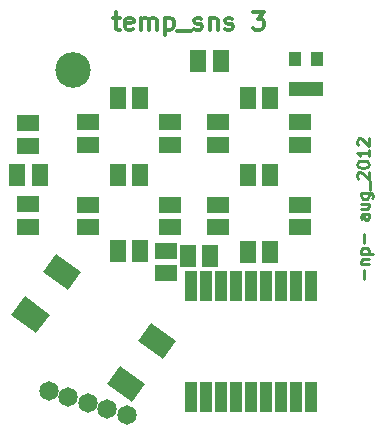
<source format=gts>
G04 (created by PCBNEW-RS274X (2012-01-19 BZR 3256)-stable) date 8/30/2012 9:43:42 AM*
G01*
G70*
G90*
%MOIN*%
G04 Gerber Fmt 3.4, Leading zero omitted, Abs format*
%FSLAX34Y34*%
G04 APERTURE LIST*
%ADD10C,0.006000*%
%ADD11C,0.012000*%
%ADD12C,0.009900*%
%ADD13R,0.040000X0.050000*%
%ADD14R,0.043600X0.098700*%
%ADD15R,0.075000X0.055000*%
%ADD16R,0.055000X0.075000*%
%ADD17C,0.065000*%
%ADD18C,0.118400*%
G04 APERTURE END LIST*
G54D10*
G54D11*
X32536Y-29412D02*
X32765Y-29412D01*
X32622Y-29215D02*
X32622Y-29721D01*
X32650Y-29778D01*
X32708Y-29806D01*
X32765Y-29806D01*
X33193Y-29778D02*
X33136Y-29806D01*
X33022Y-29806D01*
X32965Y-29778D01*
X32936Y-29721D01*
X32936Y-29496D01*
X32965Y-29440D01*
X33022Y-29412D01*
X33136Y-29412D01*
X33193Y-29440D01*
X33222Y-29496D01*
X33222Y-29552D01*
X32936Y-29609D01*
X33479Y-29806D02*
X33479Y-29412D01*
X33479Y-29468D02*
X33507Y-29440D01*
X33565Y-29412D01*
X33650Y-29412D01*
X33707Y-29440D01*
X33736Y-29496D01*
X33736Y-29806D01*
X33736Y-29496D02*
X33765Y-29440D01*
X33822Y-29412D01*
X33907Y-29412D01*
X33965Y-29440D01*
X33993Y-29496D01*
X33993Y-29806D01*
X34279Y-29412D02*
X34279Y-30003D01*
X34279Y-29440D02*
X34336Y-29412D01*
X34450Y-29412D01*
X34507Y-29440D01*
X34536Y-29468D01*
X34565Y-29524D01*
X34565Y-29693D01*
X34536Y-29749D01*
X34507Y-29778D01*
X34450Y-29806D01*
X34336Y-29806D01*
X34279Y-29778D01*
X34679Y-29862D02*
X35136Y-29862D01*
X35250Y-29778D02*
X35307Y-29806D01*
X35422Y-29806D01*
X35479Y-29778D01*
X35507Y-29721D01*
X35507Y-29693D01*
X35479Y-29637D01*
X35422Y-29609D01*
X35336Y-29609D01*
X35279Y-29581D01*
X35250Y-29524D01*
X35250Y-29496D01*
X35279Y-29440D01*
X35336Y-29412D01*
X35422Y-29412D01*
X35479Y-29440D01*
X35765Y-29412D02*
X35765Y-29806D01*
X35765Y-29468D02*
X35793Y-29440D01*
X35851Y-29412D01*
X35936Y-29412D01*
X35993Y-29440D01*
X36022Y-29496D01*
X36022Y-29806D01*
X36279Y-29778D02*
X36336Y-29806D01*
X36451Y-29806D01*
X36508Y-29778D01*
X36536Y-29721D01*
X36536Y-29693D01*
X36508Y-29637D01*
X36451Y-29609D01*
X36365Y-29609D01*
X36308Y-29581D01*
X36279Y-29524D01*
X36279Y-29496D01*
X36308Y-29440D01*
X36365Y-29412D01*
X36451Y-29412D01*
X36508Y-29440D01*
X37194Y-29215D02*
X37565Y-29215D01*
X37365Y-29440D01*
X37451Y-29440D01*
X37508Y-29468D01*
X37537Y-29496D01*
X37565Y-29552D01*
X37565Y-29693D01*
X37537Y-29749D01*
X37508Y-29778D01*
X37451Y-29806D01*
X37279Y-29806D01*
X37222Y-29778D01*
X37194Y-29749D01*
G54D12*
X40915Y-38121D02*
X40915Y-37821D01*
X40803Y-37633D02*
X41065Y-37633D01*
X40840Y-37633D02*
X40822Y-37614D01*
X40803Y-37577D01*
X40803Y-37521D01*
X40822Y-37483D01*
X40859Y-37464D01*
X41065Y-37464D01*
X40803Y-37277D02*
X41197Y-37277D01*
X40822Y-37277D02*
X40803Y-37240D01*
X40803Y-37165D01*
X40822Y-37127D01*
X40840Y-37108D01*
X40878Y-37090D01*
X40990Y-37090D01*
X41028Y-37108D01*
X41047Y-37127D01*
X41065Y-37165D01*
X41065Y-37240D01*
X41047Y-37277D01*
X40915Y-36921D02*
X40915Y-36621D01*
X41065Y-35964D02*
X40859Y-35964D01*
X40822Y-35983D01*
X40803Y-36021D01*
X40803Y-36096D01*
X40822Y-36133D01*
X41047Y-35964D02*
X41065Y-36002D01*
X41065Y-36096D01*
X41047Y-36133D01*
X41009Y-36152D01*
X40972Y-36152D01*
X40934Y-36133D01*
X40915Y-36096D01*
X40915Y-36002D01*
X40897Y-35964D01*
X40803Y-35608D02*
X41065Y-35608D01*
X40803Y-35777D02*
X41009Y-35777D01*
X41047Y-35758D01*
X41065Y-35721D01*
X41065Y-35665D01*
X41047Y-35627D01*
X41028Y-35608D01*
X40803Y-35252D02*
X41122Y-35252D01*
X41159Y-35271D01*
X41178Y-35290D01*
X41197Y-35327D01*
X41197Y-35384D01*
X41178Y-35421D01*
X41047Y-35252D02*
X41065Y-35290D01*
X41065Y-35365D01*
X41047Y-35402D01*
X41028Y-35421D01*
X40990Y-35440D01*
X40878Y-35440D01*
X40840Y-35421D01*
X40822Y-35402D01*
X40803Y-35365D01*
X40803Y-35290D01*
X40822Y-35252D01*
X41103Y-35159D02*
X41103Y-34859D01*
X40709Y-34784D02*
X40690Y-34765D01*
X40671Y-34728D01*
X40671Y-34634D01*
X40690Y-34596D01*
X40709Y-34578D01*
X40747Y-34559D01*
X40784Y-34559D01*
X40840Y-34578D01*
X41065Y-34803D01*
X41065Y-34559D01*
X40671Y-34315D02*
X40671Y-34278D01*
X40690Y-34240D01*
X40709Y-34221D01*
X40747Y-34203D01*
X40822Y-34184D01*
X40915Y-34184D01*
X40990Y-34203D01*
X41028Y-34221D01*
X41047Y-34240D01*
X41065Y-34278D01*
X41065Y-34315D01*
X41047Y-34353D01*
X41028Y-34371D01*
X40990Y-34390D01*
X40915Y-34409D01*
X40822Y-34409D01*
X40747Y-34390D01*
X40709Y-34371D01*
X40690Y-34353D01*
X40671Y-34315D01*
X41065Y-33809D02*
X41065Y-34034D01*
X41065Y-33921D02*
X40671Y-33921D01*
X40728Y-33959D01*
X40765Y-33996D01*
X40784Y-34034D01*
X40709Y-33659D02*
X40690Y-33640D01*
X40671Y-33603D01*
X40671Y-33509D01*
X40690Y-33471D01*
X40709Y-33453D01*
X40747Y-33434D01*
X40784Y-33434D01*
X40840Y-33453D01*
X41065Y-33678D01*
X41065Y-33434D01*
G54D10*
G36*
X30193Y-37878D02*
X30633Y-37271D01*
X31463Y-37874D01*
X31023Y-38481D01*
X30193Y-37878D01*
X30193Y-37878D01*
G37*
G36*
X33379Y-40193D02*
X33819Y-39586D01*
X34649Y-40189D01*
X34209Y-40796D01*
X33379Y-40193D01*
X33379Y-40193D01*
G37*
G36*
X29151Y-39311D02*
X29591Y-38704D01*
X30421Y-39307D01*
X29981Y-39914D01*
X29151Y-39311D01*
X29151Y-39311D01*
G37*
G36*
X32337Y-41626D02*
X32777Y-41019D01*
X33607Y-41622D01*
X33167Y-42229D01*
X32337Y-41626D01*
X32337Y-41626D01*
G37*
G54D13*
X38601Y-31799D03*
X39351Y-31799D03*
X38601Y-30799D03*
X38976Y-31799D03*
X39351Y-30799D03*
G54D14*
X35150Y-42054D03*
X35650Y-42054D03*
X36150Y-42054D03*
X36650Y-42054D03*
X37150Y-42054D03*
X37650Y-42054D03*
X38150Y-42054D03*
X38650Y-42054D03*
X39150Y-42054D03*
X39150Y-38358D03*
X38650Y-38358D03*
X38150Y-38358D03*
X37650Y-38358D03*
X37150Y-38358D03*
X36650Y-38358D03*
X36150Y-38358D03*
X35650Y-38358D03*
X35150Y-38349D03*
G54D15*
X38780Y-33643D03*
X38780Y-32893D03*
G54D16*
X36125Y-30850D03*
X35375Y-30850D03*
G54D15*
X38780Y-35649D03*
X38780Y-36399D03*
X34449Y-33642D03*
X34449Y-32892D03*
X29700Y-32925D03*
X29700Y-33675D03*
X29700Y-36375D03*
X29700Y-35625D03*
G54D16*
X30099Y-34645D03*
X29349Y-34645D03*
G54D15*
X31693Y-32892D03*
X31693Y-33642D03*
X31693Y-36398D03*
X31693Y-35648D03*
G54D16*
X32696Y-32086D03*
X33446Y-32086D03*
X33446Y-34645D03*
X32696Y-34645D03*
X32696Y-37204D03*
X33446Y-37204D03*
G54D15*
X34449Y-35648D03*
X34449Y-36398D03*
X36024Y-32893D03*
X36024Y-33643D03*
X36024Y-36399D03*
X36024Y-35649D03*
G54D16*
X37027Y-32087D03*
X37777Y-32087D03*
X37777Y-34646D03*
X37027Y-34646D03*
X37027Y-37205D03*
X37777Y-37205D03*
G54D17*
X31050Y-42050D03*
X31700Y-42250D03*
X33000Y-42650D03*
X32350Y-42450D03*
X30400Y-41850D03*
G54D18*
X31200Y-31150D03*
G54D15*
X34300Y-37925D03*
X34300Y-37175D03*
G54D16*
X35775Y-37350D03*
X35025Y-37350D03*
M02*

</source>
